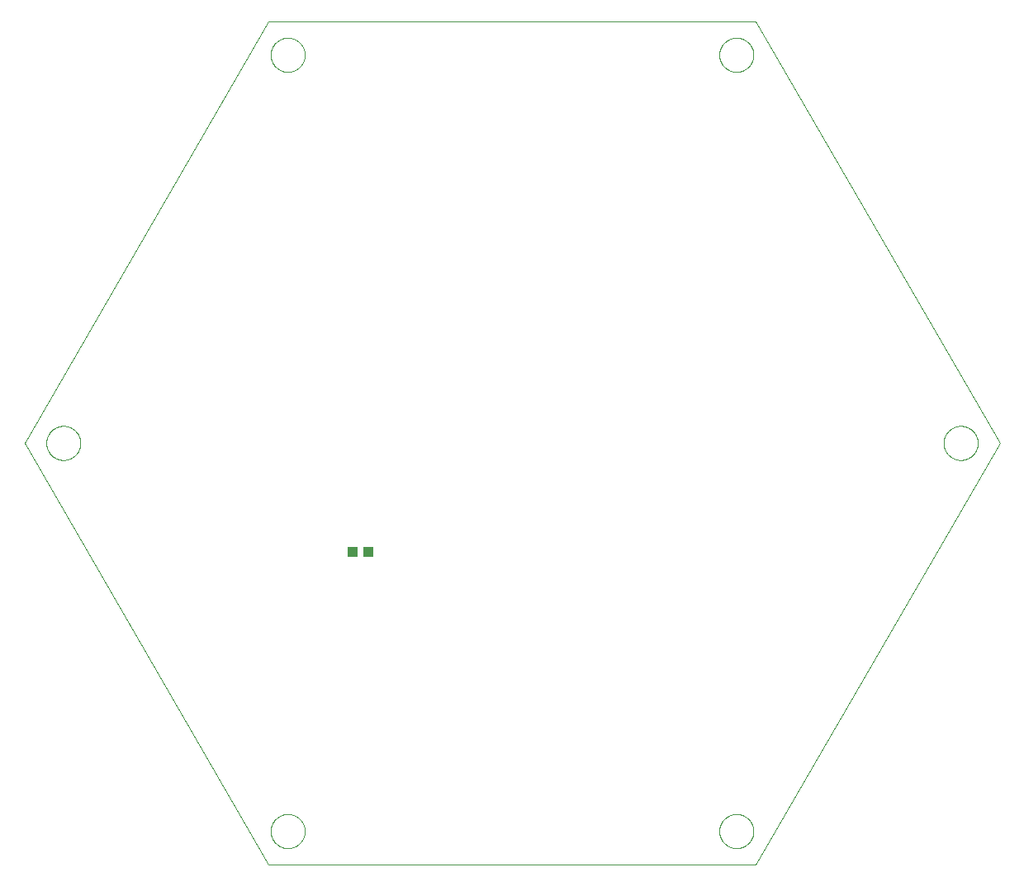
<source format=gbp>
G75*
%MOIN*%
%OFA0B0*%
%FSLAX25Y25*%
%IPPOS*%
%LPD*%
%AMOC8*
5,1,8,0,0,1.08239X$1,22.5*
%
%ADD10C,0.00000*%
%ADD11R,0.03937X0.04331*%
D10*
X0099925Y0001500D02*
X0001500Y0171972D01*
X0099925Y0342445D01*
X0296776Y0342445D01*
X0395201Y0171972D01*
X0296776Y0001500D01*
X0099925Y0001500D01*
X0100909Y0015134D02*
X0100911Y0015303D01*
X0100917Y0015472D01*
X0100928Y0015641D01*
X0100942Y0015809D01*
X0100961Y0015977D01*
X0100984Y0016145D01*
X0101010Y0016312D01*
X0101041Y0016478D01*
X0101076Y0016644D01*
X0101115Y0016808D01*
X0101159Y0016972D01*
X0101206Y0017134D01*
X0101257Y0017295D01*
X0101312Y0017455D01*
X0101371Y0017614D01*
X0101433Y0017771D01*
X0101500Y0017926D01*
X0101571Y0018080D01*
X0101645Y0018232D01*
X0101723Y0018382D01*
X0101804Y0018530D01*
X0101889Y0018676D01*
X0101978Y0018820D01*
X0102070Y0018962D01*
X0102166Y0019101D01*
X0102265Y0019238D01*
X0102367Y0019373D01*
X0102473Y0019505D01*
X0102582Y0019634D01*
X0102694Y0019761D01*
X0102809Y0019885D01*
X0102927Y0020006D01*
X0103048Y0020124D01*
X0103172Y0020239D01*
X0103299Y0020351D01*
X0103428Y0020460D01*
X0103560Y0020566D01*
X0103695Y0020668D01*
X0103832Y0020767D01*
X0103971Y0020863D01*
X0104113Y0020955D01*
X0104257Y0021044D01*
X0104403Y0021129D01*
X0104551Y0021210D01*
X0104701Y0021288D01*
X0104853Y0021362D01*
X0105007Y0021433D01*
X0105162Y0021500D01*
X0105319Y0021562D01*
X0105478Y0021621D01*
X0105638Y0021676D01*
X0105799Y0021727D01*
X0105961Y0021774D01*
X0106125Y0021818D01*
X0106289Y0021857D01*
X0106455Y0021892D01*
X0106621Y0021923D01*
X0106788Y0021949D01*
X0106956Y0021972D01*
X0107124Y0021991D01*
X0107292Y0022005D01*
X0107461Y0022016D01*
X0107630Y0022022D01*
X0107799Y0022024D01*
X0107968Y0022022D01*
X0108137Y0022016D01*
X0108306Y0022005D01*
X0108474Y0021991D01*
X0108642Y0021972D01*
X0108810Y0021949D01*
X0108977Y0021923D01*
X0109143Y0021892D01*
X0109309Y0021857D01*
X0109473Y0021818D01*
X0109637Y0021774D01*
X0109799Y0021727D01*
X0109960Y0021676D01*
X0110120Y0021621D01*
X0110279Y0021562D01*
X0110436Y0021500D01*
X0110591Y0021433D01*
X0110745Y0021362D01*
X0110897Y0021288D01*
X0111047Y0021210D01*
X0111195Y0021129D01*
X0111341Y0021044D01*
X0111485Y0020955D01*
X0111627Y0020863D01*
X0111766Y0020767D01*
X0111903Y0020668D01*
X0112038Y0020566D01*
X0112170Y0020460D01*
X0112299Y0020351D01*
X0112426Y0020239D01*
X0112550Y0020124D01*
X0112671Y0020006D01*
X0112789Y0019885D01*
X0112904Y0019761D01*
X0113016Y0019634D01*
X0113125Y0019505D01*
X0113231Y0019373D01*
X0113333Y0019238D01*
X0113432Y0019101D01*
X0113528Y0018962D01*
X0113620Y0018820D01*
X0113709Y0018676D01*
X0113794Y0018530D01*
X0113875Y0018382D01*
X0113953Y0018232D01*
X0114027Y0018080D01*
X0114098Y0017926D01*
X0114165Y0017771D01*
X0114227Y0017614D01*
X0114286Y0017455D01*
X0114341Y0017295D01*
X0114392Y0017134D01*
X0114439Y0016972D01*
X0114483Y0016808D01*
X0114522Y0016644D01*
X0114557Y0016478D01*
X0114588Y0016312D01*
X0114614Y0016145D01*
X0114637Y0015977D01*
X0114656Y0015809D01*
X0114670Y0015641D01*
X0114681Y0015472D01*
X0114687Y0015303D01*
X0114689Y0015134D01*
X0114687Y0014965D01*
X0114681Y0014796D01*
X0114670Y0014627D01*
X0114656Y0014459D01*
X0114637Y0014291D01*
X0114614Y0014123D01*
X0114588Y0013956D01*
X0114557Y0013790D01*
X0114522Y0013624D01*
X0114483Y0013460D01*
X0114439Y0013296D01*
X0114392Y0013134D01*
X0114341Y0012973D01*
X0114286Y0012813D01*
X0114227Y0012654D01*
X0114165Y0012497D01*
X0114098Y0012342D01*
X0114027Y0012188D01*
X0113953Y0012036D01*
X0113875Y0011886D01*
X0113794Y0011738D01*
X0113709Y0011592D01*
X0113620Y0011448D01*
X0113528Y0011306D01*
X0113432Y0011167D01*
X0113333Y0011030D01*
X0113231Y0010895D01*
X0113125Y0010763D01*
X0113016Y0010634D01*
X0112904Y0010507D01*
X0112789Y0010383D01*
X0112671Y0010262D01*
X0112550Y0010144D01*
X0112426Y0010029D01*
X0112299Y0009917D01*
X0112170Y0009808D01*
X0112038Y0009702D01*
X0111903Y0009600D01*
X0111766Y0009501D01*
X0111627Y0009405D01*
X0111485Y0009313D01*
X0111341Y0009224D01*
X0111195Y0009139D01*
X0111047Y0009058D01*
X0110897Y0008980D01*
X0110745Y0008906D01*
X0110591Y0008835D01*
X0110436Y0008768D01*
X0110279Y0008706D01*
X0110120Y0008647D01*
X0109960Y0008592D01*
X0109799Y0008541D01*
X0109637Y0008494D01*
X0109473Y0008450D01*
X0109309Y0008411D01*
X0109143Y0008376D01*
X0108977Y0008345D01*
X0108810Y0008319D01*
X0108642Y0008296D01*
X0108474Y0008277D01*
X0108306Y0008263D01*
X0108137Y0008252D01*
X0107968Y0008246D01*
X0107799Y0008244D01*
X0107630Y0008246D01*
X0107461Y0008252D01*
X0107292Y0008263D01*
X0107124Y0008277D01*
X0106956Y0008296D01*
X0106788Y0008319D01*
X0106621Y0008345D01*
X0106455Y0008376D01*
X0106289Y0008411D01*
X0106125Y0008450D01*
X0105961Y0008494D01*
X0105799Y0008541D01*
X0105638Y0008592D01*
X0105478Y0008647D01*
X0105319Y0008706D01*
X0105162Y0008768D01*
X0105007Y0008835D01*
X0104853Y0008906D01*
X0104701Y0008980D01*
X0104551Y0009058D01*
X0104403Y0009139D01*
X0104257Y0009224D01*
X0104113Y0009313D01*
X0103971Y0009405D01*
X0103832Y0009501D01*
X0103695Y0009600D01*
X0103560Y0009702D01*
X0103428Y0009808D01*
X0103299Y0009917D01*
X0103172Y0010029D01*
X0103048Y0010144D01*
X0102927Y0010262D01*
X0102809Y0010383D01*
X0102694Y0010507D01*
X0102582Y0010634D01*
X0102473Y0010763D01*
X0102367Y0010895D01*
X0102265Y0011030D01*
X0102166Y0011167D01*
X0102070Y0011306D01*
X0101978Y0011448D01*
X0101889Y0011592D01*
X0101804Y0011738D01*
X0101723Y0011886D01*
X0101645Y0012036D01*
X0101571Y0012188D01*
X0101500Y0012342D01*
X0101433Y0012497D01*
X0101371Y0012654D01*
X0101312Y0012813D01*
X0101257Y0012973D01*
X0101206Y0013134D01*
X0101159Y0013296D01*
X0101115Y0013460D01*
X0101076Y0013624D01*
X0101041Y0013790D01*
X0101010Y0013956D01*
X0100984Y0014123D01*
X0100961Y0014291D01*
X0100942Y0014459D01*
X0100928Y0014627D01*
X0100917Y0014796D01*
X0100911Y0014965D01*
X0100909Y0015134D01*
X0010358Y0171972D02*
X0010360Y0172141D01*
X0010366Y0172310D01*
X0010377Y0172479D01*
X0010391Y0172647D01*
X0010410Y0172815D01*
X0010433Y0172983D01*
X0010459Y0173150D01*
X0010490Y0173316D01*
X0010525Y0173482D01*
X0010564Y0173646D01*
X0010608Y0173810D01*
X0010655Y0173972D01*
X0010706Y0174133D01*
X0010761Y0174293D01*
X0010820Y0174452D01*
X0010882Y0174609D01*
X0010949Y0174764D01*
X0011020Y0174918D01*
X0011094Y0175070D01*
X0011172Y0175220D01*
X0011253Y0175368D01*
X0011338Y0175514D01*
X0011427Y0175658D01*
X0011519Y0175800D01*
X0011615Y0175939D01*
X0011714Y0176076D01*
X0011816Y0176211D01*
X0011922Y0176343D01*
X0012031Y0176472D01*
X0012143Y0176599D01*
X0012258Y0176723D01*
X0012376Y0176844D01*
X0012497Y0176962D01*
X0012621Y0177077D01*
X0012748Y0177189D01*
X0012877Y0177298D01*
X0013009Y0177404D01*
X0013144Y0177506D01*
X0013281Y0177605D01*
X0013420Y0177701D01*
X0013562Y0177793D01*
X0013706Y0177882D01*
X0013852Y0177967D01*
X0014000Y0178048D01*
X0014150Y0178126D01*
X0014302Y0178200D01*
X0014456Y0178271D01*
X0014611Y0178338D01*
X0014768Y0178400D01*
X0014927Y0178459D01*
X0015087Y0178514D01*
X0015248Y0178565D01*
X0015410Y0178612D01*
X0015574Y0178656D01*
X0015738Y0178695D01*
X0015904Y0178730D01*
X0016070Y0178761D01*
X0016237Y0178787D01*
X0016405Y0178810D01*
X0016573Y0178829D01*
X0016741Y0178843D01*
X0016910Y0178854D01*
X0017079Y0178860D01*
X0017248Y0178862D01*
X0017417Y0178860D01*
X0017586Y0178854D01*
X0017755Y0178843D01*
X0017923Y0178829D01*
X0018091Y0178810D01*
X0018259Y0178787D01*
X0018426Y0178761D01*
X0018592Y0178730D01*
X0018758Y0178695D01*
X0018922Y0178656D01*
X0019086Y0178612D01*
X0019248Y0178565D01*
X0019409Y0178514D01*
X0019569Y0178459D01*
X0019728Y0178400D01*
X0019885Y0178338D01*
X0020040Y0178271D01*
X0020194Y0178200D01*
X0020346Y0178126D01*
X0020496Y0178048D01*
X0020644Y0177967D01*
X0020790Y0177882D01*
X0020934Y0177793D01*
X0021076Y0177701D01*
X0021215Y0177605D01*
X0021352Y0177506D01*
X0021487Y0177404D01*
X0021619Y0177298D01*
X0021748Y0177189D01*
X0021875Y0177077D01*
X0021999Y0176962D01*
X0022120Y0176844D01*
X0022238Y0176723D01*
X0022353Y0176599D01*
X0022465Y0176472D01*
X0022574Y0176343D01*
X0022680Y0176211D01*
X0022782Y0176076D01*
X0022881Y0175939D01*
X0022977Y0175800D01*
X0023069Y0175658D01*
X0023158Y0175514D01*
X0023243Y0175368D01*
X0023324Y0175220D01*
X0023402Y0175070D01*
X0023476Y0174918D01*
X0023547Y0174764D01*
X0023614Y0174609D01*
X0023676Y0174452D01*
X0023735Y0174293D01*
X0023790Y0174133D01*
X0023841Y0173972D01*
X0023888Y0173810D01*
X0023932Y0173646D01*
X0023971Y0173482D01*
X0024006Y0173316D01*
X0024037Y0173150D01*
X0024063Y0172983D01*
X0024086Y0172815D01*
X0024105Y0172647D01*
X0024119Y0172479D01*
X0024130Y0172310D01*
X0024136Y0172141D01*
X0024138Y0171972D01*
X0024136Y0171803D01*
X0024130Y0171634D01*
X0024119Y0171465D01*
X0024105Y0171297D01*
X0024086Y0171129D01*
X0024063Y0170961D01*
X0024037Y0170794D01*
X0024006Y0170628D01*
X0023971Y0170462D01*
X0023932Y0170298D01*
X0023888Y0170134D01*
X0023841Y0169972D01*
X0023790Y0169811D01*
X0023735Y0169651D01*
X0023676Y0169492D01*
X0023614Y0169335D01*
X0023547Y0169180D01*
X0023476Y0169026D01*
X0023402Y0168874D01*
X0023324Y0168724D01*
X0023243Y0168576D01*
X0023158Y0168430D01*
X0023069Y0168286D01*
X0022977Y0168144D01*
X0022881Y0168005D01*
X0022782Y0167868D01*
X0022680Y0167733D01*
X0022574Y0167601D01*
X0022465Y0167472D01*
X0022353Y0167345D01*
X0022238Y0167221D01*
X0022120Y0167100D01*
X0021999Y0166982D01*
X0021875Y0166867D01*
X0021748Y0166755D01*
X0021619Y0166646D01*
X0021487Y0166540D01*
X0021352Y0166438D01*
X0021215Y0166339D01*
X0021076Y0166243D01*
X0020934Y0166151D01*
X0020790Y0166062D01*
X0020644Y0165977D01*
X0020496Y0165896D01*
X0020346Y0165818D01*
X0020194Y0165744D01*
X0020040Y0165673D01*
X0019885Y0165606D01*
X0019728Y0165544D01*
X0019569Y0165485D01*
X0019409Y0165430D01*
X0019248Y0165379D01*
X0019086Y0165332D01*
X0018922Y0165288D01*
X0018758Y0165249D01*
X0018592Y0165214D01*
X0018426Y0165183D01*
X0018259Y0165157D01*
X0018091Y0165134D01*
X0017923Y0165115D01*
X0017755Y0165101D01*
X0017586Y0165090D01*
X0017417Y0165084D01*
X0017248Y0165082D01*
X0017079Y0165084D01*
X0016910Y0165090D01*
X0016741Y0165101D01*
X0016573Y0165115D01*
X0016405Y0165134D01*
X0016237Y0165157D01*
X0016070Y0165183D01*
X0015904Y0165214D01*
X0015738Y0165249D01*
X0015574Y0165288D01*
X0015410Y0165332D01*
X0015248Y0165379D01*
X0015087Y0165430D01*
X0014927Y0165485D01*
X0014768Y0165544D01*
X0014611Y0165606D01*
X0014456Y0165673D01*
X0014302Y0165744D01*
X0014150Y0165818D01*
X0014000Y0165896D01*
X0013852Y0165977D01*
X0013706Y0166062D01*
X0013562Y0166151D01*
X0013420Y0166243D01*
X0013281Y0166339D01*
X0013144Y0166438D01*
X0013009Y0166540D01*
X0012877Y0166646D01*
X0012748Y0166755D01*
X0012621Y0166867D01*
X0012497Y0166982D01*
X0012376Y0167100D01*
X0012258Y0167221D01*
X0012143Y0167345D01*
X0012031Y0167472D01*
X0011922Y0167601D01*
X0011816Y0167733D01*
X0011714Y0167868D01*
X0011615Y0168005D01*
X0011519Y0168144D01*
X0011427Y0168286D01*
X0011338Y0168430D01*
X0011253Y0168576D01*
X0011172Y0168724D01*
X0011094Y0168874D01*
X0011020Y0169026D01*
X0010949Y0169180D01*
X0010882Y0169335D01*
X0010820Y0169492D01*
X0010761Y0169651D01*
X0010706Y0169811D01*
X0010655Y0169972D01*
X0010608Y0170134D01*
X0010564Y0170298D01*
X0010525Y0170462D01*
X0010490Y0170628D01*
X0010459Y0170794D01*
X0010433Y0170961D01*
X0010410Y0171129D01*
X0010391Y0171297D01*
X0010377Y0171465D01*
X0010366Y0171634D01*
X0010360Y0171803D01*
X0010358Y0171972D01*
X0100909Y0328811D02*
X0100911Y0328980D01*
X0100917Y0329149D01*
X0100928Y0329318D01*
X0100942Y0329486D01*
X0100961Y0329654D01*
X0100984Y0329822D01*
X0101010Y0329989D01*
X0101041Y0330155D01*
X0101076Y0330321D01*
X0101115Y0330485D01*
X0101159Y0330649D01*
X0101206Y0330811D01*
X0101257Y0330972D01*
X0101312Y0331132D01*
X0101371Y0331291D01*
X0101433Y0331448D01*
X0101500Y0331603D01*
X0101571Y0331757D01*
X0101645Y0331909D01*
X0101723Y0332059D01*
X0101804Y0332207D01*
X0101889Y0332353D01*
X0101978Y0332497D01*
X0102070Y0332639D01*
X0102166Y0332778D01*
X0102265Y0332915D01*
X0102367Y0333050D01*
X0102473Y0333182D01*
X0102582Y0333311D01*
X0102694Y0333438D01*
X0102809Y0333562D01*
X0102927Y0333683D01*
X0103048Y0333801D01*
X0103172Y0333916D01*
X0103299Y0334028D01*
X0103428Y0334137D01*
X0103560Y0334243D01*
X0103695Y0334345D01*
X0103832Y0334444D01*
X0103971Y0334540D01*
X0104113Y0334632D01*
X0104257Y0334721D01*
X0104403Y0334806D01*
X0104551Y0334887D01*
X0104701Y0334965D01*
X0104853Y0335039D01*
X0105007Y0335110D01*
X0105162Y0335177D01*
X0105319Y0335239D01*
X0105478Y0335298D01*
X0105638Y0335353D01*
X0105799Y0335404D01*
X0105961Y0335451D01*
X0106125Y0335495D01*
X0106289Y0335534D01*
X0106455Y0335569D01*
X0106621Y0335600D01*
X0106788Y0335626D01*
X0106956Y0335649D01*
X0107124Y0335668D01*
X0107292Y0335682D01*
X0107461Y0335693D01*
X0107630Y0335699D01*
X0107799Y0335701D01*
X0107968Y0335699D01*
X0108137Y0335693D01*
X0108306Y0335682D01*
X0108474Y0335668D01*
X0108642Y0335649D01*
X0108810Y0335626D01*
X0108977Y0335600D01*
X0109143Y0335569D01*
X0109309Y0335534D01*
X0109473Y0335495D01*
X0109637Y0335451D01*
X0109799Y0335404D01*
X0109960Y0335353D01*
X0110120Y0335298D01*
X0110279Y0335239D01*
X0110436Y0335177D01*
X0110591Y0335110D01*
X0110745Y0335039D01*
X0110897Y0334965D01*
X0111047Y0334887D01*
X0111195Y0334806D01*
X0111341Y0334721D01*
X0111485Y0334632D01*
X0111627Y0334540D01*
X0111766Y0334444D01*
X0111903Y0334345D01*
X0112038Y0334243D01*
X0112170Y0334137D01*
X0112299Y0334028D01*
X0112426Y0333916D01*
X0112550Y0333801D01*
X0112671Y0333683D01*
X0112789Y0333562D01*
X0112904Y0333438D01*
X0113016Y0333311D01*
X0113125Y0333182D01*
X0113231Y0333050D01*
X0113333Y0332915D01*
X0113432Y0332778D01*
X0113528Y0332639D01*
X0113620Y0332497D01*
X0113709Y0332353D01*
X0113794Y0332207D01*
X0113875Y0332059D01*
X0113953Y0331909D01*
X0114027Y0331757D01*
X0114098Y0331603D01*
X0114165Y0331448D01*
X0114227Y0331291D01*
X0114286Y0331132D01*
X0114341Y0330972D01*
X0114392Y0330811D01*
X0114439Y0330649D01*
X0114483Y0330485D01*
X0114522Y0330321D01*
X0114557Y0330155D01*
X0114588Y0329989D01*
X0114614Y0329822D01*
X0114637Y0329654D01*
X0114656Y0329486D01*
X0114670Y0329318D01*
X0114681Y0329149D01*
X0114687Y0328980D01*
X0114689Y0328811D01*
X0114687Y0328642D01*
X0114681Y0328473D01*
X0114670Y0328304D01*
X0114656Y0328136D01*
X0114637Y0327968D01*
X0114614Y0327800D01*
X0114588Y0327633D01*
X0114557Y0327467D01*
X0114522Y0327301D01*
X0114483Y0327137D01*
X0114439Y0326973D01*
X0114392Y0326811D01*
X0114341Y0326650D01*
X0114286Y0326490D01*
X0114227Y0326331D01*
X0114165Y0326174D01*
X0114098Y0326019D01*
X0114027Y0325865D01*
X0113953Y0325713D01*
X0113875Y0325563D01*
X0113794Y0325415D01*
X0113709Y0325269D01*
X0113620Y0325125D01*
X0113528Y0324983D01*
X0113432Y0324844D01*
X0113333Y0324707D01*
X0113231Y0324572D01*
X0113125Y0324440D01*
X0113016Y0324311D01*
X0112904Y0324184D01*
X0112789Y0324060D01*
X0112671Y0323939D01*
X0112550Y0323821D01*
X0112426Y0323706D01*
X0112299Y0323594D01*
X0112170Y0323485D01*
X0112038Y0323379D01*
X0111903Y0323277D01*
X0111766Y0323178D01*
X0111627Y0323082D01*
X0111485Y0322990D01*
X0111341Y0322901D01*
X0111195Y0322816D01*
X0111047Y0322735D01*
X0110897Y0322657D01*
X0110745Y0322583D01*
X0110591Y0322512D01*
X0110436Y0322445D01*
X0110279Y0322383D01*
X0110120Y0322324D01*
X0109960Y0322269D01*
X0109799Y0322218D01*
X0109637Y0322171D01*
X0109473Y0322127D01*
X0109309Y0322088D01*
X0109143Y0322053D01*
X0108977Y0322022D01*
X0108810Y0321996D01*
X0108642Y0321973D01*
X0108474Y0321954D01*
X0108306Y0321940D01*
X0108137Y0321929D01*
X0107968Y0321923D01*
X0107799Y0321921D01*
X0107630Y0321923D01*
X0107461Y0321929D01*
X0107292Y0321940D01*
X0107124Y0321954D01*
X0106956Y0321973D01*
X0106788Y0321996D01*
X0106621Y0322022D01*
X0106455Y0322053D01*
X0106289Y0322088D01*
X0106125Y0322127D01*
X0105961Y0322171D01*
X0105799Y0322218D01*
X0105638Y0322269D01*
X0105478Y0322324D01*
X0105319Y0322383D01*
X0105162Y0322445D01*
X0105007Y0322512D01*
X0104853Y0322583D01*
X0104701Y0322657D01*
X0104551Y0322735D01*
X0104403Y0322816D01*
X0104257Y0322901D01*
X0104113Y0322990D01*
X0103971Y0323082D01*
X0103832Y0323178D01*
X0103695Y0323277D01*
X0103560Y0323379D01*
X0103428Y0323485D01*
X0103299Y0323594D01*
X0103172Y0323706D01*
X0103048Y0323821D01*
X0102927Y0323939D01*
X0102809Y0324060D01*
X0102694Y0324184D01*
X0102582Y0324311D01*
X0102473Y0324440D01*
X0102367Y0324572D01*
X0102265Y0324707D01*
X0102166Y0324844D01*
X0102070Y0324983D01*
X0101978Y0325125D01*
X0101889Y0325269D01*
X0101804Y0325415D01*
X0101723Y0325563D01*
X0101645Y0325713D01*
X0101571Y0325865D01*
X0101500Y0326019D01*
X0101433Y0326174D01*
X0101371Y0326331D01*
X0101312Y0326490D01*
X0101257Y0326650D01*
X0101206Y0326811D01*
X0101159Y0326973D01*
X0101115Y0327137D01*
X0101076Y0327301D01*
X0101041Y0327467D01*
X0101010Y0327633D01*
X0100984Y0327800D01*
X0100961Y0327968D01*
X0100942Y0328136D01*
X0100928Y0328304D01*
X0100917Y0328473D01*
X0100911Y0328642D01*
X0100909Y0328811D01*
X0282012Y0328811D02*
X0282014Y0328980D01*
X0282020Y0329149D01*
X0282031Y0329318D01*
X0282045Y0329486D01*
X0282064Y0329654D01*
X0282087Y0329822D01*
X0282113Y0329989D01*
X0282144Y0330155D01*
X0282179Y0330321D01*
X0282218Y0330485D01*
X0282262Y0330649D01*
X0282309Y0330811D01*
X0282360Y0330972D01*
X0282415Y0331132D01*
X0282474Y0331291D01*
X0282536Y0331448D01*
X0282603Y0331603D01*
X0282674Y0331757D01*
X0282748Y0331909D01*
X0282826Y0332059D01*
X0282907Y0332207D01*
X0282992Y0332353D01*
X0283081Y0332497D01*
X0283173Y0332639D01*
X0283269Y0332778D01*
X0283368Y0332915D01*
X0283470Y0333050D01*
X0283576Y0333182D01*
X0283685Y0333311D01*
X0283797Y0333438D01*
X0283912Y0333562D01*
X0284030Y0333683D01*
X0284151Y0333801D01*
X0284275Y0333916D01*
X0284402Y0334028D01*
X0284531Y0334137D01*
X0284663Y0334243D01*
X0284798Y0334345D01*
X0284935Y0334444D01*
X0285074Y0334540D01*
X0285216Y0334632D01*
X0285360Y0334721D01*
X0285506Y0334806D01*
X0285654Y0334887D01*
X0285804Y0334965D01*
X0285956Y0335039D01*
X0286110Y0335110D01*
X0286265Y0335177D01*
X0286422Y0335239D01*
X0286581Y0335298D01*
X0286741Y0335353D01*
X0286902Y0335404D01*
X0287064Y0335451D01*
X0287228Y0335495D01*
X0287392Y0335534D01*
X0287558Y0335569D01*
X0287724Y0335600D01*
X0287891Y0335626D01*
X0288059Y0335649D01*
X0288227Y0335668D01*
X0288395Y0335682D01*
X0288564Y0335693D01*
X0288733Y0335699D01*
X0288902Y0335701D01*
X0289071Y0335699D01*
X0289240Y0335693D01*
X0289409Y0335682D01*
X0289577Y0335668D01*
X0289745Y0335649D01*
X0289913Y0335626D01*
X0290080Y0335600D01*
X0290246Y0335569D01*
X0290412Y0335534D01*
X0290576Y0335495D01*
X0290740Y0335451D01*
X0290902Y0335404D01*
X0291063Y0335353D01*
X0291223Y0335298D01*
X0291382Y0335239D01*
X0291539Y0335177D01*
X0291694Y0335110D01*
X0291848Y0335039D01*
X0292000Y0334965D01*
X0292150Y0334887D01*
X0292298Y0334806D01*
X0292444Y0334721D01*
X0292588Y0334632D01*
X0292730Y0334540D01*
X0292869Y0334444D01*
X0293006Y0334345D01*
X0293141Y0334243D01*
X0293273Y0334137D01*
X0293402Y0334028D01*
X0293529Y0333916D01*
X0293653Y0333801D01*
X0293774Y0333683D01*
X0293892Y0333562D01*
X0294007Y0333438D01*
X0294119Y0333311D01*
X0294228Y0333182D01*
X0294334Y0333050D01*
X0294436Y0332915D01*
X0294535Y0332778D01*
X0294631Y0332639D01*
X0294723Y0332497D01*
X0294812Y0332353D01*
X0294897Y0332207D01*
X0294978Y0332059D01*
X0295056Y0331909D01*
X0295130Y0331757D01*
X0295201Y0331603D01*
X0295268Y0331448D01*
X0295330Y0331291D01*
X0295389Y0331132D01*
X0295444Y0330972D01*
X0295495Y0330811D01*
X0295542Y0330649D01*
X0295586Y0330485D01*
X0295625Y0330321D01*
X0295660Y0330155D01*
X0295691Y0329989D01*
X0295717Y0329822D01*
X0295740Y0329654D01*
X0295759Y0329486D01*
X0295773Y0329318D01*
X0295784Y0329149D01*
X0295790Y0328980D01*
X0295792Y0328811D01*
X0295790Y0328642D01*
X0295784Y0328473D01*
X0295773Y0328304D01*
X0295759Y0328136D01*
X0295740Y0327968D01*
X0295717Y0327800D01*
X0295691Y0327633D01*
X0295660Y0327467D01*
X0295625Y0327301D01*
X0295586Y0327137D01*
X0295542Y0326973D01*
X0295495Y0326811D01*
X0295444Y0326650D01*
X0295389Y0326490D01*
X0295330Y0326331D01*
X0295268Y0326174D01*
X0295201Y0326019D01*
X0295130Y0325865D01*
X0295056Y0325713D01*
X0294978Y0325563D01*
X0294897Y0325415D01*
X0294812Y0325269D01*
X0294723Y0325125D01*
X0294631Y0324983D01*
X0294535Y0324844D01*
X0294436Y0324707D01*
X0294334Y0324572D01*
X0294228Y0324440D01*
X0294119Y0324311D01*
X0294007Y0324184D01*
X0293892Y0324060D01*
X0293774Y0323939D01*
X0293653Y0323821D01*
X0293529Y0323706D01*
X0293402Y0323594D01*
X0293273Y0323485D01*
X0293141Y0323379D01*
X0293006Y0323277D01*
X0292869Y0323178D01*
X0292730Y0323082D01*
X0292588Y0322990D01*
X0292444Y0322901D01*
X0292298Y0322816D01*
X0292150Y0322735D01*
X0292000Y0322657D01*
X0291848Y0322583D01*
X0291694Y0322512D01*
X0291539Y0322445D01*
X0291382Y0322383D01*
X0291223Y0322324D01*
X0291063Y0322269D01*
X0290902Y0322218D01*
X0290740Y0322171D01*
X0290576Y0322127D01*
X0290412Y0322088D01*
X0290246Y0322053D01*
X0290080Y0322022D01*
X0289913Y0321996D01*
X0289745Y0321973D01*
X0289577Y0321954D01*
X0289409Y0321940D01*
X0289240Y0321929D01*
X0289071Y0321923D01*
X0288902Y0321921D01*
X0288733Y0321923D01*
X0288564Y0321929D01*
X0288395Y0321940D01*
X0288227Y0321954D01*
X0288059Y0321973D01*
X0287891Y0321996D01*
X0287724Y0322022D01*
X0287558Y0322053D01*
X0287392Y0322088D01*
X0287228Y0322127D01*
X0287064Y0322171D01*
X0286902Y0322218D01*
X0286741Y0322269D01*
X0286581Y0322324D01*
X0286422Y0322383D01*
X0286265Y0322445D01*
X0286110Y0322512D01*
X0285956Y0322583D01*
X0285804Y0322657D01*
X0285654Y0322735D01*
X0285506Y0322816D01*
X0285360Y0322901D01*
X0285216Y0322990D01*
X0285074Y0323082D01*
X0284935Y0323178D01*
X0284798Y0323277D01*
X0284663Y0323379D01*
X0284531Y0323485D01*
X0284402Y0323594D01*
X0284275Y0323706D01*
X0284151Y0323821D01*
X0284030Y0323939D01*
X0283912Y0324060D01*
X0283797Y0324184D01*
X0283685Y0324311D01*
X0283576Y0324440D01*
X0283470Y0324572D01*
X0283368Y0324707D01*
X0283269Y0324844D01*
X0283173Y0324983D01*
X0283081Y0325125D01*
X0282992Y0325269D01*
X0282907Y0325415D01*
X0282826Y0325563D01*
X0282748Y0325713D01*
X0282674Y0325865D01*
X0282603Y0326019D01*
X0282536Y0326174D01*
X0282474Y0326331D01*
X0282415Y0326490D01*
X0282360Y0326650D01*
X0282309Y0326811D01*
X0282262Y0326973D01*
X0282218Y0327137D01*
X0282179Y0327301D01*
X0282144Y0327467D01*
X0282113Y0327633D01*
X0282087Y0327800D01*
X0282064Y0327968D01*
X0282045Y0328136D01*
X0282031Y0328304D01*
X0282020Y0328473D01*
X0282014Y0328642D01*
X0282012Y0328811D01*
X0372563Y0171972D02*
X0372565Y0172141D01*
X0372571Y0172310D01*
X0372582Y0172479D01*
X0372596Y0172647D01*
X0372615Y0172815D01*
X0372638Y0172983D01*
X0372664Y0173150D01*
X0372695Y0173316D01*
X0372730Y0173482D01*
X0372769Y0173646D01*
X0372813Y0173810D01*
X0372860Y0173972D01*
X0372911Y0174133D01*
X0372966Y0174293D01*
X0373025Y0174452D01*
X0373087Y0174609D01*
X0373154Y0174764D01*
X0373225Y0174918D01*
X0373299Y0175070D01*
X0373377Y0175220D01*
X0373458Y0175368D01*
X0373543Y0175514D01*
X0373632Y0175658D01*
X0373724Y0175800D01*
X0373820Y0175939D01*
X0373919Y0176076D01*
X0374021Y0176211D01*
X0374127Y0176343D01*
X0374236Y0176472D01*
X0374348Y0176599D01*
X0374463Y0176723D01*
X0374581Y0176844D01*
X0374702Y0176962D01*
X0374826Y0177077D01*
X0374953Y0177189D01*
X0375082Y0177298D01*
X0375214Y0177404D01*
X0375349Y0177506D01*
X0375486Y0177605D01*
X0375625Y0177701D01*
X0375767Y0177793D01*
X0375911Y0177882D01*
X0376057Y0177967D01*
X0376205Y0178048D01*
X0376355Y0178126D01*
X0376507Y0178200D01*
X0376661Y0178271D01*
X0376816Y0178338D01*
X0376973Y0178400D01*
X0377132Y0178459D01*
X0377292Y0178514D01*
X0377453Y0178565D01*
X0377615Y0178612D01*
X0377779Y0178656D01*
X0377943Y0178695D01*
X0378109Y0178730D01*
X0378275Y0178761D01*
X0378442Y0178787D01*
X0378610Y0178810D01*
X0378778Y0178829D01*
X0378946Y0178843D01*
X0379115Y0178854D01*
X0379284Y0178860D01*
X0379453Y0178862D01*
X0379622Y0178860D01*
X0379791Y0178854D01*
X0379960Y0178843D01*
X0380128Y0178829D01*
X0380296Y0178810D01*
X0380464Y0178787D01*
X0380631Y0178761D01*
X0380797Y0178730D01*
X0380963Y0178695D01*
X0381127Y0178656D01*
X0381291Y0178612D01*
X0381453Y0178565D01*
X0381614Y0178514D01*
X0381774Y0178459D01*
X0381933Y0178400D01*
X0382090Y0178338D01*
X0382245Y0178271D01*
X0382399Y0178200D01*
X0382551Y0178126D01*
X0382701Y0178048D01*
X0382849Y0177967D01*
X0382995Y0177882D01*
X0383139Y0177793D01*
X0383281Y0177701D01*
X0383420Y0177605D01*
X0383557Y0177506D01*
X0383692Y0177404D01*
X0383824Y0177298D01*
X0383953Y0177189D01*
X0384080Y0177077D01*
X0384204Y0176962D01*
X0384325Y0176844D01*
X0384443Y0176723D01*
X0384558Y0176599D01*
X0384670Y0176472D01*
X0384779Y0176343D01*
X0384885Y0176211D01*
X0384987Y0176076D01*
X0385086Y0175939D01*
X0385182Y0175800D01*
X0385274Y0175658D01*
X0385363Y0175514D01*
X0385448Y0175368D01*
X0385529Y0175220D01*
X0385607Y0175070D01*
X0385681Y0174918D01*
X0385752Y0174764D01*
X0385819Y0174609D01*
X0385881Y0174452D01*
X0385940Y0174293D01*
X0385995Y0174133D01*
X0386046Y0173972D01*
X0386093Y0173810D01*
X0386137Y0173646D01*
X0386176Y0173482D01*
X0386211Y0173316D01*
X0386242Y0173150D01*
X0386268Y0172983D01*
X0386291Y0172815D01*
X0386310Y0172647D01*
X0386324Y0172479D01*
X0386335Y0172310D01*
X0386341Y0172141D01*
X0386343Y0171972D01*
X0386341Y0171803D01*
X0386335Y0171634D01*
X0386324Y0171465D01*
X0386310Y0171297D01*
X0386291Y0171129D01*
X0386268Y0170961D01*
X0386242Y0170794D01*
X0386211Y0170628D01*
X0386176Y0170462D01*
X0386137Y0170298D01*
X0386093Y0170134D01*
X0386046Y0169972D01*
X0385995Y0169811D01*
X0385940Y0169651D01*
X0385881Y0169492D01*
X0385819Y0169335D01*
X0385752Y0169180D01*
X0385681Y0169026D01*
X0385607Y0168874D01*
X0385529Y0168724D01*
X0385448Y0168576D01*
X0385363Y0168430D01*
X0385274Y0168286D01*
X0385182Y0168144D01*
X0385086Y0168005D01*
X0384987Y0167868D01*
X0384885Y0167733D01*
X0384779Y0167601D01*
X0384670Y0167472D01*
X0384558Y0167345D01*
X0384443Y0167221D01*
X0384325Y0167100D01*
X0384204Y0166982D01*
X0384080Y0166867D01*
X0383953Y0166755D01*
X0383824Y0166646D01*
X0383692Y0166540D01*
X0383557Y0166438D01*
X0383420Y0166339D01*
X0383281Y0166243D01*
X0383139Y0166151D01*
X0382995Y0166062D01*
X0382849Y0165977D01*
X0382701Y0165896D01*
X0382551Y0165818D01*
X0382399Y0165744D01*
X0382245Y0165673D01*
X0382090Y0165606D01*
X0381933Y0165544D01*
X0381774Y0165485D01*
X0381614Y0165430D01*
X0381453Y0165379D01*
X0381291Y0165332D01*
X0381127Y0165288D01*
X0380963Y0165249D01*
X0380797Y0165214D01*
X0380631Y0165183D01*
X0380464Y0165157D01*
X0380296Y0165134D01*
X0380128Y0165115D01*
X0379960Y0165101D01*
X0379791Y0165090D01*
X0379622Y0165084D01*
X0379453Y0165082D01*
X0379284Y0165084D01*
X0379115Y0165090D01*
X0378946Y0165101D01*
X0378778Y0165115D01*
X0378610Y0165134D01*
X0378442Y0165157D01*
X0378275Y0165183D01*
X0378109Y0165214D01*
X0377943Y0165249D01*
X0377779Y0165288D01*
X0377615Y0165332D01*
X0377453Y0165379D01*
X0377292Y0165430D01*
X0377132Y0165485D01*
X0376973Y0165544D01*
X0376816Y0165606D01*
X0376661Y0165673D01*
X0376507Y0165744D01*
X0376355Y0165818D01*
X0376205Y0165896D01*
X0376057Y0165977D01*
X0375911Y0166062D01*
X0375767Y0166151D01*
X0375625Y0166243D01*
X0375486Y0166339D01*
X0375349Y0166438D01*
X0375214Y0166540D01*
X0375082Y0166646D01*
X0374953Y0166755D01*
X0374826Y0166867D01*
X0374702Y0166982D01*
X0374581Y0167100D01*
X0374463Y0167221D01*
X0374348Y0167345D01*
X0374236Y0167472D01*
X0374127Y0167601D01*
X0374021Y0167733D01*
X0373919Y0167868D01*
X0373820Y0168005D01*
X0373724Y0168144D01*
X0373632Y0168286D01*
X0373543Y0168430D01*
X0373458Y0168576D01*
X0373377Y0168724D01*
X0373299Y0168874D01*
X0373225Y0169026D01*
X0373154Y0169180D01*
X0373087Y0169335D01*
X0373025Y0169492D01*
X0372966Y0169651D01*
X0372911Y0169811D01*
X0372860Y0169972D01*
X0372813Y0170134D01*
X0372769Y0170298D01*
X0372730Y0170462D01*
X0372695Y0170628D01*
X0372664Y0170794D01*
X0372638Y0170961D01*
X0372615Y0171129D01*
X0372596Y0171297D01*
X0372582Y0171465D01*
X0372571Y0171634D01*
X0372565Y0171803D01*
X0372563Y0171972D01*
X0282012Y0015134D02*
X0282014Y0015303D01*
X0282020Y0015472D01*
X0282031Y0015641D01*
X0282045Y0015809D01*
X0282064Y0015977D01*
X0282087Y0016145D01*
X0282113Y0016312D01*
X0282144Y0016478D01*
X0282179Y0016644D01*
X0282218Y0016808D01*
X0282262Y0016972D01*
X0282309Y0017134D01*
X0282360Y0017295D01*
X0282415Y0017455D01*
X0282474Y0017614D01*
X0282536Y0017771D01*
X0282603Y0017926D01*
X0282674Y0018080D01*
X0282748Y0018232D01*
X0282826Y0018382D01*
X0282907Y0018530D01*
X0282992Y0018676D01*
X0283081Y0018820D01*
X0283173Y0018962D01*
X0283269Y0019101D01*
X0283368Y0019238D01*
X0283470Y0019373D01*
X0283576Y0019505D01*
X0283685Y0019634D01*
X0283797Y0019761D01*
X0283912Y0019885D01*
X0284030Y0020006D01*
X0284151Y0020124D01*
X0284275Y0020239D01*
X0284402Y0020351D01*
X0284531Y0020460D01*
X0284663Y0020566D01*
X0284798Y0020668D01*
X0284935Y0020767D01*
X0285074Y0020863D01*
X0285216Y0020955D01*
X0285360Y0021044D01*
X0285506Y0021129D01*
X0285654Y0021210D01*
X0285804Y0021288D01*
X0285956Y0021362D01*
X0286110Y0021433D01*
X0286265Y0021500D01*
X0286422Y0021562D01*
X0286581Y0021621D01*
X0286741Y0021676D01*
X0286902Y0021727D01*
X0287064Y0021774D01*
X0287228Y0021818D01*
X0287392Y0021857D01*
X0287558Y0021892D01*
X0287724Y0021923D01*
X0287891Y0021949D01*
X0288059Y0021972D01*
X0288227Y0021991D01*
X0288395Y0022005D01*
X0288564Y0022016D01*
X0288733Y0022022D01*
X0288902Y0022024D01*
X0289071Y0022022D01*
X0289240Y0022016D01*
X0289409Y0022005D01*
X0289577Y0021991D01*
X0289745Y0021972D01*
X0289913Y0021949D01*
X0290080Y0021923D01*
X0290246Y0021892D01*
X0290412Y0021857D01*
X0290576Y0021818D01*
X0290740Y0021774D01*
X0290902Y0021727D01*
X0291063Y0021676D01*
X0291223Y0021621D01*
X0291382Y0021562D01*
X0291539Y0021500D01*
X0291694Y0021433D01*
X0291848Y0021362D01*
X0292000Y0021288D01*
X0292150Y0021210D01*
X0292298Y0021129D01*
X0292444Y0021044D01*
X0292588Y0020955D01*
X0292730Y0020863D01*
X0292869Y0020767D01*
X0293006Y0020668D01*
X0293141Y0020566D01*
X0293273Y0020460D01*
X0293402Y0020351D01*
X0293529Y0020239D01*
X0293653Y0020124D01*
X0293774Y0020006D01*
X0293892Y0019885D01*
X0294007Y0019761D01*
X0294119Y0019634D01*
X0294228Y0019505D01*
X0294334Y0019373D01*
X0294436Y0019238D01*
X0294535Y0019101D01*
X0294631Y0018962D01*
X0294723Y0018820D01*
X0294812Y0018676D01*
X0294897Y0018530D01*
X0294978Y0018382D01*
X0295056Y0018232D01*
X0295130Y0018080D01*
X0295201Y0017926D01*
X0295268Y0017771D01*
X0295330Y0017614D01*
X0295389Y0017455D01*
X0295444Y0017295D01*
X0295495Y0017134D01*
X0295542Y0016972D01*
X0295586Y0016808D01*
X0295625Y0016644D01*
X0295660Y0016478D01*
X0295691Y0016312D01*
X0295717Y0016145D01*
X0295740Y0015977D01*
X0295759Y0015809D01*
X0295773Y0015641D01*
X0295784Y0015472D01*
X0295790Y0015303D01*
X0295792Y0015134D01*
X0295790Y0014965D01*
X0295784Y0014796D01*
X0295773Y0014627D01*
X0295759Y0014459D01*
X0295740Y0014291D01*
X0295717Y0014123D01*
X0295691Y0013956D01*
X0295660Y0013790D01*
X0295625Y0013624D01*
X0295586Y0013460D01*
X0295542Y0013296D01*
X0295495Y0013134D01*
X0295444Y0012973D01*
X0295389Y0012813D01*
X0295330Y0012654D01*
X0295268Y0012497D01*
X0295201Y0012342D01*
X0295130Y0012188D01*
X0295056Y0012036D01*
X0294978Y0011886D01*
X0294897Y0011738D01*
X0294812Y0011592D01*
X0294723Y0011448D01*
X0294631Y0011306D01*
X0294535Y0011167D01*
X0294436Y0011030D01*
X0294334Y0010895D01*
X0294228Y0010763D01*
X0294119Y0010634D01*
X0294007Y0010507D01*
X0293892Y0010383D01*
X0293774Y0010262D01*
X0293653Y0010144D01*
X0293529Y0010029D01*
X0293402Y0009917D01*
X0293273Y0009808D01*
X0293141Y0009702D01*
X0293006Y0009600D01*
X0292869Y0009501D01*
X0292730Y0009405D01*
X0292588Y0009313D01*
X0292444Y0009224D01*
X0292298Y0009139D01*
X0292150Y0009058D01*
X0292000Y0008980D01*
X0291848Y0008906D01*
X0291694Y0008835D01*
X0291539Y0008768D01*
X0291382Y0008706D01*
X0291223Y0008647D01*
X0291063Y0008592D01*
X0290902Y0008541D01*
X0290740Y0008494D01*
X0290576Y0008450D01*
X0290412Y0008411D01*
X0290246Y0008376D01*
X0290080Y0008345D01*
X0289913Y0008319D01*
X0289745Y0008296D01*
X0289577Y0008277D01*
X0289409Y0008263D01*
X0289240Y0008252D01*
X0289071Y0008246D01*
X0288902Y0008244D01*
X0288733Y0008246D01*
X0288564Y0008252D01*
X0288395Y0008263D01*
X0288227Y0008277D01*
X0288059Y0008296D01*
X0287891Y0008319D01*
X0287724Y0008345D01*
X0287558Y0008376D01*
X0287392Y0008411D01*
X0287228Y0008450D01*
X0287064Y0008494D01*
X0286902Y0008541D01*
X0286741Y0008592D01*
X0286581Y0008647D01*
X0286422Y0008706D01*
X0286265Y0008768D01*
X0286110Y0008835D01*
X0285956Y0008906D01*
X0285804Y0008980D01*
X0285654Y0009058D01*
X0285506Y0009139D01*
X0285360Y0009224D01*
X0285216Y0009313D01*
X0285074Y0009405D01*
X0284935Y0009501D01*
X0284798Y0009600D01*
X0284663Y0009702D01*
X0284531Y0009808D01*
X0284402Y0009917D01*
X0284275Y0010029D01*
X0284151Y0010144D01*
X0284030Y0010262D01*
X0283912Y0010383D01*
X0283797Y0010507D01*
X0283685Y0010634D01*
X0283576Y0010763D01*
X0283470Y0010895D01*
X0283368Y0011030D01*
X0283269Y0011167D01*
X0283173Y0011306D01*
X0283081Y0011448D01*
X0282992Y0011592D01*
X0282907Y0011738D01*
X0282826Y0011886D01*
X0282748Y0012036D01*
X0282674Y0012188D01*
X0282603Y0012342D01*
X0282536Y0012497D01*
X0282474Y0012654D01*
X0282415Y0012813D01*
X0282360Y0012973D01*
X0282309Y0013134D01*
X0282262Y0013296D01*
X0282218Y0013460D01*
X0282179Y0013624D01*
X0282144Y0013790D01*
X0282113Y0013956D01*
X0282087Y0014123D01*
X0282064Y0014291D01*
X0282045Y0014459D01*
X0282031Y0014627D01*
X0282020Y0014796D01*
X0282014Y0014965D01*
X0282012Y0015134D01*
D11*
X0140157Y0127953D03*
X0133858Y0127953D03*
M02*

</source>
